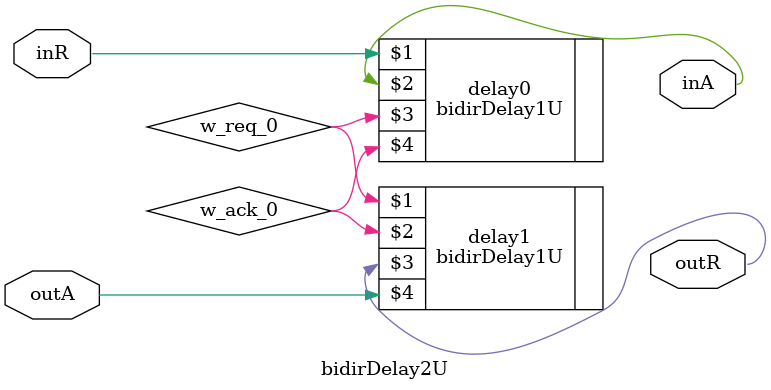
<source format=v>

`timescale 1ns / 1ps

module bidirDelay2U(inR, inA, outR, outA);

input   inR, outA;

output  outR, inA; 

wire w_req_0, w_ack_0, w_req_1, w_ack_1, w_req_2, w_ack_2;

bidirDelay1U delay0(inR, inA, w_req_0, w_ack_0);
bidirDelay1U delay1(w_req_0, w_ack_0, outR, outA);

endmodule

</source>
